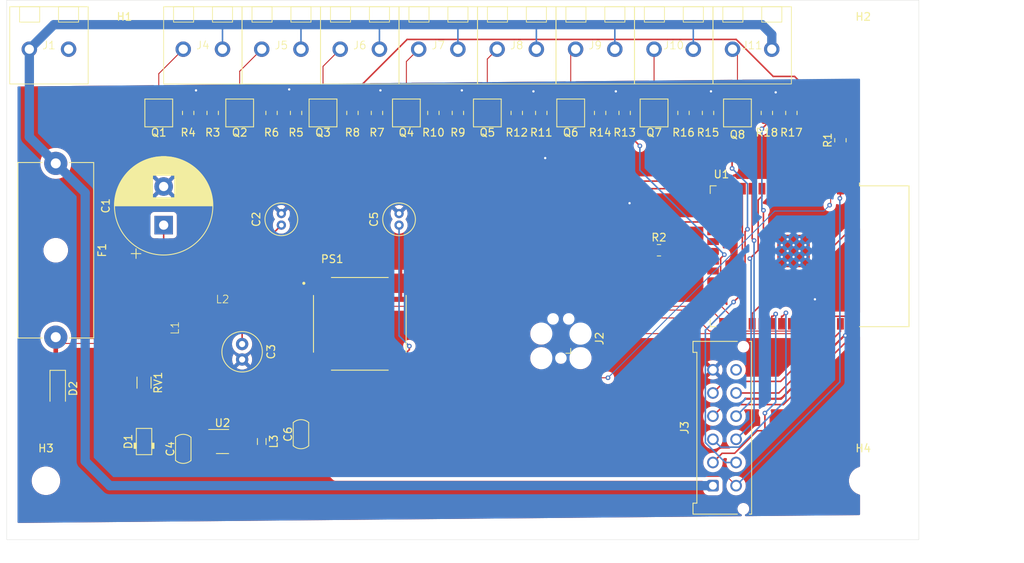
<source format=kicad_pcb>
(kicad_pcb (version 20221018) (generator pcbnew)
  (layers (0 "F.Cu" signal) (31 "B.Cu" signal) (34 "B.Paste" user) (35 "F.Paste" user) (36 "B.SilkS" user "B.Silkscreen") (37 "F.SilkS" user "F.Silkscreen") (38 "B.Mask" user) (39 "F.Mask" user) (44 "Edge.Cuts" user))
  (net 0 "")
  (net 1 "Net-(C1-Pad1)")
  (net 2 "GND")
  (net 3 "Net-(PS1-+VIN)")
  (net 4 "Net-(D1-K)")
  (net 5 "/Power/+3V3")
  (net 6 "/5V_USB")
  (net 7 "+24V")
  (net 8 "Net-(D2-K)")
  (net 9 "/GPIO01")
  (net 10 "/GPIO03")
  (net 11 "/IO16")
  (net 12 "/IO17")
  (net 13 "/IO18")
  (net 14 "/IO19")
  (net 15 "/IO24")
  (net 16 "/IO23")
  (net 17 "/IO22")
  (net 18 "/IO21")
  (net 20 "Net-(J4-Pin_1)")
  (net 21 "Net-(J5-Pin_1)")
  (net 22 "Net-(J6-Pin_1)")
  (net 23 "Net-(J7-Pin_1)")
  (net 24 "Net-(J8-Pin_1)")
  (net 25 "Net-(J9-Pin_1)")
  (net 26 "Net-(J10-Pin_1)")
  (net 27 "Net-(J11-Pin_1)")
  (net 28 "Net-(U2-SW)")
  (net 30 "Net-(Q1-G)")
  (net 31 "Net-(Q2-G)")
  (net 32 "Net-(Q3-G)")
  (net 33 "Net-(Q4-G)")
  (net 34 "Net-(Q5-G)")
  (net 35 "Net-(Q6-G)")
  (net 36 "Net-(Q7-G)")
  (net 37 "Net-(Q8-G)")
  (net 38 "Net-(U1-IO26)")
  (net 39 "/Out1/IN")
  (net 40 "/Out2/IN")
  (net 41 "/Out3/IN")
  (net 42 "/Out4/IN")
  (net 43 "/Out5/IN")
  (net 44 "/Out6/IN")
  (net 45 "/Out7/IN")
  (net 46 "/Out8/IN")
  (net 61 "/GPIO0")
  (net 62 "/EN")
  (footprint "My Footprints:WJ500V-5.08-2P" (layer "F.Cu") (at 134.62 63.5)
    (fp_text reference "J11")
    (fp_text value "WJ126V-5.0-2P")
  )
  (footprint "Capacitor_THT:C_Radial_D5.0mm_H11.0mm_P2.00mm" (layer "F.Cu") (at 68.58 101.68 -90)
    (fp_text reference "C3")
    (fp_text value "10uF/50V")
  )
  (footprint "My Footprints:WJ500V-5.08-2P" (layer "F.Cu") (at 114.3 63.5)
    (fp_text reference "J9")
    (fp_text value "WJ126V-5.0-2P")
  )
  (footprint "Capacitor_SMD_AKL:C_0805_2012Metric" (layer "F.Cu") (at 76.2 113.35 90)
    (fp_text reference "C6")
    (fp_text value "10uF" hide)
  )
  (footprint "Resistor_SMD:R_0805_2012Metric" (layer "F.Cu") (at 96.52 71.755 -90)
    (fp_text reference "R9")
    (fp_text value "4.7k")
  )
  (footprint "My Footprints:WJ500V-5.08-2P" (layer "F.Cu") (at 104.14 63.5)
    (fp_text reference "J8")
    (fp_text value "WJ126V-5.0-2P")
  )
  (footprint "Package_TO_SOT_SMD_AKL:SOT-23" (layer "F.Cu") (at 121.92 71.755 90)
    (fp_text reference "Q7")
    (fp_text value "2N7002P" hide)
  )
  (footprint "My Footprints:WJ500V-5.08-2P" (layer "F.Cu") (at 63.5 63.5)
    (fp_text reference "J4")
    (fp_text value "WJ126V-5.0-2P")
  )
  (footprint "My Footprints:CD31" (layer "F.Cu") (at 66.04 91.98 -90)
    (fp_text reference "L2")
    (fp_text value "CD31 220M")
  )
  (footprint "Resistor_SMD:R_0805_2012Metric" (layer "F.Cu") (at 122.555 89.535)
    (fp_text reference "R2")
    (fp_text value "4.7k")
  )
  (footprint "Resistor_SMD:R_0805_2012Metric" (layer "F.Cu") (at 75.565 71.755 -90)
    (fp_text reference "R5")
    (fp_text value "4.7k")
  )
  (footprint "Connector_Molex:Molex_Micro-Fit_3.0_43045-1212_2x06_P3.00mm_Vertical" (layer "F.Cu") (at 129.54 120.015 90)
    (fp_text reference "J3")
    (fp_text value "Conn_02x06_Counter_Clockwise")
  )
  (footprint "Package_TO_SOT_SMD_AKL:SOT-23" (layer "F.Cu") (at 100.33 71.755 90)
    (fp_text reference "Q5")
    (fp_text value "2N7002P" hide)
  )
  (footprint "Resistor_SMD:R_0805_2012Metric" (layer "F.Cu") (at 128.905 71.755 -90)
    (fp_text reference "R15")
    (fp_text value "4.7k")
  )
  (footprint "MountingHole:MountingHole_3.2mm_M3" (layer "F.Cu") (at 43.18 119.38)
    (fp_text reference "H3")
    (fp_text value "MountingHole")
  )
  (footprint "My Footprints:WJ500V-5.08-2P" (layer "F.Cu") (at 43.5695 63.5)
    (fp_text reference "J1")
    (fp_text value "WJ126V-5.0-2P")
  )
  (footprint "Package_TO_SOT_SMD:TSOT-23-5" (layer "F.Cu") (at 66.04 114.3)
    (fp_text reference "U2")
    (fp_text value "LM3671MFX-3.3/NOPB\n")
  )
  (footprint "K7805JT-500R3:CONV_K7805JT-500R3-LB" (layer "F.Cu") (at 83.82 99.06)
    (fp_text reference "PS1")
    (fp_text value "K7805JT-500R3-LB" hide)
  )
  (footprint "Capacitor_THT:CP_Radial_D12.5mm_P5.00mm" (layer "F.Cu") (at 58.42 86.28 90)
    (fp_text reference "C1")
    (fp_text value "680uF/50V")
  )
  (footprint "Diode_SMD_AKL:D_SOD-323" (layer "F.Cu") (at 55.88 114.3 90)
    (fp_text reference "D1")
    (fp_text value "1N5819" hide)
  )
  (footprint "Package_TO_SOT_SMD_AKL:SOT-23" (layer "F.Cu") (at 111.125 71.755 90)
    (fp_text reference "Q6")
    (fp_text value "2N7002P" hide)
  )
  (footprint "Resistor_SMD:R_0805_2012Metric" (layer "F.Cu") (at 82.865 71.755 90)
    (fp_text reference "R8")
    (fp_text value "510R")
  )
  (footprint "Inductor_SMD:L_0805_2012Metric" (layer "F.Cu") (at 71.12 114.3 -90)
    (fp_text reference "L3")
    (fp_text value "2.2uH")
  )
  (footprint "Resistor_SMD:R_0805_2012Metric" (layer "F.Cu") (at 104.14 71.755 90)
    (fp_text reference "R12")
    (fp_text value "510R")
  )
  (footprint "Resistor_SMD:R_0805_2012Metric" (layer "F.Cu") (at 72.39 71.755 90)
    (fp_text reference "R6")
    (fp_text value "510R")
  )
  (footprint "My Footprints:WJ500V-5.08-2P" (layer "F.Cu") (at 83.82 63.5)
    (fp_text reference "J6")
    (fp_text value "WJ126V-5.0-2P")
  )
  (footprint "Resistor_SMD:R_0805_2012Metric" (layer "F.Cu") (at 64.77 71.755 -90)
    (fp_text reference "R3")
    (fp_text value "4.7k")
  )
  (footprint "Fuse:Fuseholder_Cylinder-5x20mm_Schurter_0031_8201_Horizontal_Open" (layer "F.Cu") (at 44.45 78.285 -90)
    (fp_text reference "F1")
    (fp_text value "C3131")
  )
  (footprint "Capacitor_THT:C_Radial_D4.0mm_H7.0mm_P1.50mm" (layer "F.Cu") (at 88.9 86.28 90)
    (fp_text reference "C5")
    (fp_text value "22uF/10V")
  )
  (footprint "Capacitor_THT_AKL:C_Radial_D4.0mm_H5.0mm_P1.50mm" (layer "F.Cu") (at 73.66 86.28 90)
    (fp_text reference "C2")
    (fp_text value "4.7uF/50V" hide)
  )
  (footprint "Resistor_SMD:R_0805_2012Metric" (layer "F.Cu") (at 86.04 71.755 -90)
    (fp_text reference "R7")
    (fp_text value "4.7k")
  )
  (footprint "Connector:Tag-Connect_TC2030-IDC-FP_2x03_P1.27mm_Vertical" (layer "F.Cu") (at 109.855 100.965 90)
    (fp_text reference "J2")
    (fp_text value "ESP-PROG")
  )
  (footprint "Resistor_SMD:R_0805_2012Metric" (layer "F.Cu") (at 61.595 71.755 90)
    (fp_text reference "R4")
    (fp_text value "510R")
  )
  (footprint "Capacitor_SMD_AKL:C_0805_2012Metric" (layer "F.Cu") (at 60.96 115.25 90)
    (fp_text reference "C4")
    (fp_text value "4.7uF" hide)
  )
  (footprint "Resistor_SMD:R_1206_3216Metric" (layer "F.Cu") (at 55.88 106.68 -90)
    (fp_text reference "RV1")
    (fp_text value "SFI1206SV471-201A")
  )
  (footprint "My Footprints:ESP32-WROOM-32-0.3-via" (layer "F.Cu") (at 139.07 90.31 -90)
    (fp_text reference "U1")
    (fp_text value "ESP32-WROOM-32D")
  )
  (footprint "Package_TO_SOT_SMD_AKL:SOT-23" (layer "F.Cu") (at 89.85 71.755 90)
    (fp_text reference "Q4")
    (fp_text value "2N7002P" hide)
  )
  (footprint "My Footprints:BC54-820M" (layer "F.Cu") (at 55.88 101.6)
    (fp_text reference "L1")
    (fp_text value "BC54-820M(CD)")
  )
  (footprint "Package_TO_SOT_SMD_AKL:SOT-23" (layer "F.Cu") (at 132.715 71.755 90)
    (fp_text reference "Q8")
    (fp_text value "2N7002P" hide)
  )
  (footprint "MountingHole:MountingHole_3.2mm_M3" (layer "F.Cu") (at 149 119.38)
    (fp_text reference "H4")
    (fp_text value "MountingHole")
  )
  (footprint "My Footprints:WJ500V-5.08-2P" (layer "F.Cu") (at 124.46 63.5)
    (fp_text reference "J10")
    (fp_text value "WJ126V-5.0-2P")
  )
  (footprint "Resistor_SMD:R_0805_2012Metric" (layer "F.Cu") (at 93.345 71.755 90)
    (fp_text reference "R10")
    (fp_text value "510R")
  )
  (footprint "Package_TO_SOT_SMD_AKL:SOT-23" (layer "F.Cu") (at 79.055 71.755 90)
    (fp_text reference "Q3")
    (fp_text value "2N7002P" hide)
  )
  (footprint "My Footprints:WJ500V-5.08-2P" (layer "F.Cu") (at 93.98 63.5)
    (fp_text reference "J7")
    (fp_text value "WJ126V-5.0-2P")
  )
  (footprint "Resistor_SMD:R_0805_2012Metric" (layer "F.Cu") (at 114.935 71.755 90)
    (fp_text reference "R14")
    (fp_text value "510R")
  )
  (footprint "Resistor_SMD:R_0805_2012Metric" (layer "F.Cu") (at 118.11 71.755 -90)
    (fp_text reference "R13")
    (fp_text value "4.7k")
  )
  (footprint "Package_TO_SOT_SMD_AKL:SOT-23" (layer "F.Cu") (at 68.265 71.755 90)
    (fp_text reference "Q2")
    (fp_text value "2N7002P" hide)
  )
  (footprint "MountingHole:MountingHole_3.2mm_M3" (layer "F.Cu") (at 149 63.5)
    (fp_text reference "H2")
    (fp_text value "MountingHole")
  )
  (footprint "My Footprints:WJ500V-5.08-2P" (layer "F.Cu") (at 73.66 63.5)
    (fp_text reference "J5")
    (fp_text value "WJ126V-5.0-2P")
  )
  (footprint "Resistor_SMD:R_0805_2012Metric" (layer "F.Cu") (at 139.7 71.755 -90)
    (fp_text reference "R17")
    (fp_text value "4.7k")
  )
  (footprint "Resistor_SMD:R_0805_2012Metric" (layer "F.Cu") (at 136.525 71.755 90)
    (fp_text reference "R18")
    (fp_text value "510R")
  )
  (footprint "Diode_SMD:D_SOD-123" (layer "F.Cu") (at 44.704 107.442 -90)
    (fp_text reference "D2")
    (fp_text value "BAT46W")
  )
  (footprint "Resistor_SMD:R_0805_2012Metric" (layer "F.Cu") (at 146.05 75.2875 90)
    (fp_text reference "R1")
    (fp_text value "4.7K")
  )
  (footprint "Package_TO_SOT_SMD_AKL:SOT-23" (layer "F.Cu") (at 57.785 71.755 90)
    (fp_text reference "Q1")
    (fp_text value "2N7002P" hide)
  )
  (footprint "Resistor_SMD:R_0805_2012Metric" (layer "F.Cu") (at 107.315 71.755 -90)
    (fp_text reference "R11")
    (fp_text value "4.7k")
  )
  (footprint "MountingHole:MountingHole_3.2mm_M3" (layer "F.Cu") (at 53.34 63.5)
    (fp_text reference "H1")
    (fp_text value "MountingHole")
  )
  (footprint "Resistor_SMD:R_0805_2012Metric" (layer "F.Cu") (at 125.73 71.755 90)
    (fp_text reference "R16")
    (fp_text value "510R")
  )
  (gr_rect (start 38.1 57.15) (end 156.21 127) (stroke (width 0.0381)) (fill none) (layer "Edge.Cuts"))
  (segment (start 67.96 91.98) (end 73.66 86.28) (width 0.2) (layer "F.Cu") (net 1))
  (segment (start 61.8 91.98) (end 58.42 88.6) (width 0.2) (layer "F.Cu") (net 1))
  (segment (start 61.8 91.98) (end 66.04 91.98) (width 0.2) (layer "F.Cu") (net 1))
  (segment (start 55.88 97.9) (end 61.8 91.98) (width 0.2) (layer "F.Cu") (net 1))
  (segment (start 58.42 88.6) (end 58.42 86.28) (width 0.2) (layer "F.Cu") (net 1))
  (segment (start 66.04 91.98) (end 67.96 91.98) (width 0.2) (layer "F.Cu") (net 1))
  (segment (start 109.22 100.965) (end 108.331 101.854) (width 0.127) (layer "F.Cu") (net 2))
  (segment (start 147.32 99.949) (end 146.685 100.584) (width 0.127) (layer "F.Cu") (net 2))
  (segment (start 147.32 99.06) (end 147.32 99.949) (width 0.127) (layer "F.Cu") (net 2))
  (segment (start 108.331 101.854) (end 107.95 101.854) (width 0.127) (layer "F.Cu") (net 2))
  (via (at 107.823 77.597) (size 0.6) (drill 0.3) (layers "F.Cu" "B.Cu") (net 2))
  (via (at 86.487 68.834) (size 0.6) (drill 0.3) (layers "F.Cu" "B.Cu") (net 2))
  (via (at 106.299 68.961) (size 0.6) (drill 0.3) (layers "F.Cu" "B.Cu") (net 2))
  (via (at 62.611 68.834) (size 0.6) (drill 0.3) (layers "F.Cu" "B.Cu") (net 2))
  (via (at 137.668 69.088) (size 0.6) (drill 0.3) (layers "F.Cu" "B.Cu") (net 2))
  (via (at 74.676 68.707) (size 0.6) (drill 0.3) (layers "F.Cu" "B.Cu") (net 2))
  (via (at 142.748 95.885) (size 0.6) (drill 0.3) (layers "F.Cu" "B.Cu") (net 2))
  (via (at 118.745 83.439) (size 0.6) (drill 0.3) (layers "F.Cu" "B.Cu") (net 2))
  (via (at 129.286 68.961) (size 0.6) (drill 0.3) (layers "F.Cu" "B.Cu") (net 2))
  (via (at 116.967 68.961) (size 0.6) (drill 0.3) (layers "F.Cu" "B.Cu") (net 2))
  (via (at 146.685 100.584) (size 0.6) (drill 0.3) (layers "F.Cu" "B.Cu") (net 2))
  (via (at 97.028 68.834) (size 0.6) (drill 0.3) (layers "F.Cu" "B.Cu") (net 2))
  (segment (start 68.58 101.68) (end 68.58 93.98) (width 0.2) (layer "F.Cu") (net 3))
  (segment (start 78.57 93.81) (end 77.0911 93.81) (width 0.2) (layer "F.Cu") (net 3))
  (segment (start 76.9211 93.98) (end 77.0911 93.81) (width 0.2) (layer "F.Cu") (net 3))
  (segment (start 68.58 93.98) (end 76.9211 93.98) (width 0.2) (layer "F.Cu") (net 3))
  (segment (start 66.04 93.98) (end 68.58 93.98) (width 0.2) (layer "F.Cu") (net 3))
  (segment (start 64.9025 115.2499) (end 64.9025 115.25) (width 0.2) (layer "F.Cu") (net 4))
  (segment (start 55.436 115.506) (end 55.0421 115.1121) (width 0.2) (layer "F.Cu") (net 4))
  (segment (start 88.3306 104.31) (end 90.234 102.4066) (width 0.2) (layer "F.Cu") (net 4))
  (segment (start 55.88 115.95) (end 55.436 115.506) (width 0.2) (layer "F.Cu") (net 4))
  (segment (start 65.5064 113.7503) (end 65.5794 113.7503) (width 0.2) (layer "F.Cu") (net 4))
  (segment (start 60.96 116.2) (end 63.9525 116.2) (width 0.2) (layer "F.Cu") (net 4))
  (segment (start 90.234 102.4066) (end 90.234 101.9454) (width 0.2) (layer "F.Cu") (net 4))
  (segment (start 88.3306 104.31) (end 87.5911 104.31) (width 0.2) (layer "F.Cu") (net 4))
  (segment (start 65.0043 113.35) (end 64.9025 113.35) (width 0.2) (layer "F.Cu") (net 4))
  (segment (start 65.1753 115.2499) (end 64.9025 115.2499) (width 0.2) (layer "F.Cu") (net 4))
  (segment (start 65.1061 113.35) (end 65.0043 113.35) (width 0.127) (layer "F.Cu") (net 4))
  (segment (start 55.592 115.35) (end 55.88 115.35) (width 0.2) (layer "F.Cu") (net 4))
  (segment (start 55.88 115.95) (end 60.71 115.95) (width 0.2) (layer "F.Cu") (net 4))
  (segment (start 55.0421 115.1121) (end 55.0421 112.1889) (width 0.2) (layer "F.Cu") (net 4))
  (segment (start 65.7985 113.9694) (end 65.7985 114.6267) (width 0.2) (layer "F.Cu") (net 4))
  (segment (start 63.9525 116.2) (end 64.9025 115.25) (width 0.2) (layer "F.Cu") (net 4))
  (segment (start 65.7985 114.6267) (end 65.1753 115.2499) (width 0.2) (layer "F.Cu") (net 4))
  (segment (start 65.5794 113.7503) (end 65.7985 113.9694) (width 0.2) (layer "F.Cu") (net 4))
  (segment (start 55.436 115.506) (end 55.592 115.35) (width 0.2) (layer "F.Cu") (net 4))
  (segment (start 83.372 108.5291) (end 87.5911 104.31) (width 0.2) (layer "F.Cu") (net 4))
  (segment (start 58.7019 108.5291) (end 83.372 108.5291) (width 0.2) (layer "F.Cu") (net 4))
  (segment (start 89.07 104.31) (end 88.3306 104.31) (width 0.2) (layer "F.Cu") (net 4))
  (segment (start 55.0421 112.1889) (end 58.7019 108.5291) (width 0.2) (layer "F.Cu") (net 4))
  (segment (start 60.71 115.95) (end 60.96 116.2) (width 0.2) (layer "F.Cu") (net 4))
  (segment (start 65.5064 113.7503) (end 65.1061 113.35) (width 0.127) (layer "F.Cu") (net 4))
  (via (at 90.234 101.9454) (size 0.6) (drill 0.3) (layers "F.Cu" "B.Cu") (net 4))
  (segment (start 90.234 101.9454) (end 88.9 100.6114) (width 0.2) (layer "B.Cu") (net 4))
  (segment (start 88.9 100.6114) (end 88.9 86.28) (width 0.2) (layer "B.Cu") (net 4))
  (segment (start 78.4561 116.556) (end 72.3135 116.556) (width 0.2) (layer "F.Cu") (net 5))
  (segment (start 146.05 82.7404) (end 146.05 81.56) (width 0.2) (layer "F.Cu") (net 5))
  (segment (start 132.54 120.015) (end 131.337 118.812) (width 0.127) (layer "F.Cu") (net 5))
  (segment (start 146.05 76.2) (end 146.05 81.56) (width 0.2) (layer "F.Cu") (net 5))
  (segment (start 72.3135 116.556) (end 71.12 115.3625) (width 0.2) (layer "F.Cu") (net 5))
  (segment (start 78.4561 116.556) (end 76.2 114.3) (width 0.127) (layer "F.Cu") (net 5))
  (segment (start 145.9764 82.814) (end 146.05 82.7404) (width 0.2) (layer "F.Cu") (net 5))
  (segment (start 131.337 118.812) (end 80.7122 118.812) (width 0.127) (layer "F.Cu") (net 5))
  (segment (start 67.29 115.3625) (end 67.1775 115.25) (width 0.2) (layer "F.Cu") (net 5))
  (segment (start 80.7122 118.812) (end 78.4561 116.556) (width 0.127) (layer "F.Cu") (net 5))
  (segment (start 71.12 115.3625) (end 67.29 115.3625) (width 0.2) (layer "F.Cu") (net 5))
  (via (at 145.9764 82.814) (size 0.6) (drill 0.3) (layers "F.Cu" "B.Cu") (net 5))
  (segment (start 145.9764 106.5786) (end 145.9764 82.814) (width 0.2) (layer "B.Cu") (net 5))
  (segment (start 132.54 120.015) (end 145.9764 106.5786) (width 0.2) (layer "B.Cu") (net 5))
  (segment (start 102.997 109.982) (end 59.436 109.982) (width 0.127) (layer "F.Cu") (net 6))
  (segment (start 56.168 113.25) (end 55.88 113.25) (width 0.127) (layer "F.Cu") (net 6))
  (segment (start 108.826 104.153) (end 102.997 109.982) (width 0.127) (layer "F.Cu") (net 6))
  (segment (start 109.22 102.235) (end 108.826 102.629) (width 0.127) (layer "F.Cu") (net 6))
  (segment (start 108.826 102.629) (end 108.826 104.153) (width 0.127) (layer "F.Cu") (net 6))
  (segment (start 59.436 109.982) (end 56.168 113.25) (width 0.127) (layer "F.Cu") (net 6))
  (segment (start 76.2 63.5) (end 76.2 60.325) (width 0.2) (layer "B.Cu") (net 7))
  (segment (start 48.26 82.095) (end 48.26 116.84) (width 1.2) (layer "B.Cu") (net 7))
  (segment (start 96.52 60.325) (end 106.68 60.325) (width 1.2) (layer "B.Cu") (net 7))
  (segment (start 44.2045 60.325) (end 66.04 60.325) (width 1.2) (layer "B.Cu") (net 7))
  (segment (start 135.89 60.325) (end 137.16 61.595) (width 1.2) (layer "B.Cu") (net 7))
  (segment (start 51.435 120.015) (end 129.54 120.015) (width 1.2) (layer "B.Cu") (net 7))
  (segment (start 86.36 60.325) (end 96.52 60.325) (width 1.2) (layer "B.Cu") (net 7))
  (segment (start 127 63.5) (end 127 60.325) (width 0.2) (layer "B.Cu") (net 7))
  (segment (start 106.68 63.5) (end 106.68 60.325) (width 0.2) (layer "B.Cu") (net 7))
  (segment (start 106.68 60.325) (end 116.84 60.325) (width 1.2) (layer "B.Cu") (net 7))
  (segment (start 41.0295 74.8645) (end 44.45 78.285) (width 1.2) (layer "B.Cu") (net 7))
  (segment (start 127 60.325) (end 135.89 60.325) (width 1.2) (layer "B.Cu") (net 7))
  (segment (start 44.45 78.285) (end 48.26 82.095) (width 1.2) (layer "B.Cu") (net 7))
  (segment (start 66.04 63.5) (end 66.04 60.325) (width 0.2) (layer "B.Cu") (net 7))
  (segment (start 48.26 116.84) (end 51.435 120.015) (width 1.2) (layer "B.Cu") (net 7))
  (segment (start 96.52 63.5) (end 96.52 60.325) (width 0.2) (layer "B.Cu") (net 7))
  (segment (start 41.0295 63.5) (end 44.2045 60.325) (width 1.2) (layer "B.Cu") (net 7))
  (segment (start 116.84 63.5) (end 116.84 60.325) (width 0.2) (layer "B.Cu") (net 7))
  (segment (start 116.84 60.325) (end 127 60.325) (width 1.2) (layer "B.Cu") (net 7))
  (segment (start 41.0295 63.5) (end 41.0295 74.8645) (width 1.2) (layer "B.Cu") (net 7))
  (segment (start 76.2 60.325) (end 86.36 60.325) (width 1.2) (layer "B.Cu") (net 7))
  (segment (start 137.16 61.595) (end 137.16 63.5) (width 1.2) (layer "B.Cu") (net 7))
  (segment (start 66.04 60.325) (end 76.2 60.325) (width 1.2) (layer "B.Cu") (net 7))
  (segment (start 86.36 63.5) (end 86.36 60.325) (width 0.2) (layer "B.Cu") (net 7))
  (segment (start 52.2625 101.6) (end 55.88 105.2175) (width 0.2) (layer "F.Cu") (net 8))
  (segment (start 45.265 101.6) (end 44.45 100.785) (width 0.127) (layer "F.Cu") (net 8))
  (segment (start 52.2625 101.6) (end 45.265 101.6) (width 0.127) (layer "F.Cu") (net 8))
  (segment (start 44.45 105.538) (end 44.704 105.792) (width 0.6) (layer "F.Cu") (net 8))
  (segment (start 55.88 101.6) (end 52.2625 101.6) (width 0.127) (layer "F.Cu") (net 8))
  (segment (start 44.45 100.785) (end 44.45 105.538) (width 0.6) (layer "F.Cu") (net 8))
  (segment (start 111.529 102.004) (end 115.547 102.004) (width 0.127) (layer "F.Cu") (net 9))
  (segment (start 115.547 102.004) (end 117.221 100.33) (width 0.127) (layer "F.Cu") (net 9))
  (segment (start 142.54 100.33) (end 143.51 99.36) (width 0.127) (layer "F.Cu") (net 9))
  (segment (start 143.51 99.36) (end 143.51 99.06) (width 0.127) (layer "F.Cu") (net 9))
  (segment (start 117.221 100.33) (end 142.54 100.33) (width 0.127) (layer "F.Cu") (net 9))
  (segment (start 110.49 100.965) (end 111.529 102.004) (width 0.127) (layer "F.Cu") (net 9))
  (segment (start 142.24 99.36) (end 142.24 99.06) (width 0.127) (layer "F.Cu") (net 10))
  (segment (start 112.304 98.298) (end 127.381 98.298) (width 0.127) (layer "F.Cu") (net 10))
  (segment (start 110.907 99.695) (end 112.304 98.298) (width 0.127) (layer "F.Cu") (net 10))
  (segment (start 141.6 100) (end 142.24 99.36) (width 0.127) (layer "F.Cu") (net 10))
  (segment (start 127.381 98.298) (end 129.084 100) (width 0.127) (layer "F.Cu") (net 10))
  (segment (start 110.49 99.695) (end 110.907 99.695) (width 0.127) (layer "F.Cu") (net 10))
  (segment (start 129.084 100) (end 141.6 100) (width 0.127) (layer "F.Cu") (net 10))
  (segment (start 137.16 99.06) (end 137.16 98.0811) (width 0.2) (layer "F.Cu") (net 11))
  (segment (start 137.5938 97.79) (end 137.668 97.79) (width 0.2) (layer "F.Cu") (net 11))
  (segment (start 137.3027 98.0811) (end 137.16 98.0811) (width 0.2) (layer "F.Cu") (net 11))
  (segment (start 137.668 97.7158) (end 137.3027 98.0811) (width 0.2) (layer "F.Cu") (net 11))
  (segment (start 137.668 97.79) (end 137.668 97.7158) (width 0.2) (layer "F.Cu") (net 11))
  (segment (start 135.270313 112.903) (end 132.349313 115.824) (width 0.2) (layer "F.Cu") (net 11))
  (segment (start 130.731 115.824) (end 129.54 117.015) (width 0.2) (layer "F.Cu") (net 11))
  (segment (start 137.5695 97.8143) (end 137.5938 97.79) (width 0.2) (layer "F.Cu") (net 11))
  (segment (start 136.271 110.617) (end 136.271 112.903) (width 0.2) (layer "F.Cu") (net 11))
  (segment (start 136.271 112.903) (end 135.270313 112.903) (width 0.2) (layer "F.Cu") (net 11))
  (segment (start 132.349313 115.824) (end 130.731 115.824) (width 0.2) (layer "F.Cu") (net 11))
  (via (at 136.271 110.617) (size 0.6) (drill 0.3) (layers "F.Cu" "B.Cu") (net 11))
  (via (at 137.668 97.79) (size 0.6) (drill 0.3) (layers "F.Cu" "B.Cu") (net 11))
  (segment (start 137.668 97.79) (end 137.668 109.22) (width 0.2) (layer "B.Cu") (net 11))
  (segment (start 137.668 109.22) (end 136.271 110.617) (width 0.2) (layer "B.Cu") (net 11))
  (segment (start 138.43 99.06) (end 138.43 98.0811) (width 0.2) (layer "F.Cu") (net 12))
  (segment (start 138.9924 97.6436) (end 138.5549 98.0811) (width 0.2) (layer "F.Cu") (net 12))
  (segment (start 138.5549 98.0811) (end 138.43 98.0811) (width 0.2) (layer "F.Cu") (net 12))
  (via (at 138.9924 97.6436) (size 0.6) (drill 0.3) (layers "F.Cu" "B.Cu") (net 12))
  (segment (start 132.9161 115.0265) (end 130.5515 115.0265) (width 0.2) (layer "B.Cu") (net 12))
  (segment (start 138.9924 108.9502) (end 132.9161 115.0265) (width 0.2) (layer "B.Cu") (net 12))
  (segment (start 130.5515 115.0265) (end 129.54 114.015) (width 0.2) (layer "B.Cu") (net 12))
  (segment (start 138.9924 97.6436) (end 138.9924 108.9502) (width 0.2) (layer "B.Cu") (net 12))
  (segment (start 141.6489 98.0811) (end 147.9204 98.0811) (width 0.2) (layer "F.Cu") (net 13))
  (segment (start 147.9204 98.0811) (end 147.9989 98.1596) (width 0.2) (layer "F.Cu") (net 13))
  (segment (start 147.9989 100.189339) (end 138.673239 109.515) (width 0.2) (layer "F.Cu") (net 13))
  (segment (start 140.97 98.76) (end 141.6489 98.0811) (width 0.2) (layer "F.Cu") (net 13))
  (segment (start 147.9989 98.1596) (end 147.9989 100.189339) (width 0.2) (layer "F.Cu") (net 13))
  (segment (start 140.97 99.06) (end 140.97 98.76) (width 0.2) (layer "F.Cu") (net 13))
  (segment (start 138.673239 109.515) (end 131.04 109.515) (width 0.2) (layer "F.Cu") (net 13))
  (segment (start 131.04 109.515) (end 129.54 111.015) (width 0.2) (layer "F.Cu") (net 13))
  (segment (start 129.54 108.015) (end 131.04 106.515) (width 0.2) (layer "F.Cu") (net 14))
  (segment (start 131.04 106.515) (end 138.3039 106.515) (width 0.2) (layer "F.Cu") (net 14))
  (segment (start 144.78 99.06) (end 144.78 100.0389) (width 0.2) (layer "F.Cu") (net 14))
  (segment (start 138.3039 106.515) (end 144.78 100.0389) (width 0.2) (layer "F.Cu") (net 14))
  (segment (start 133.35 81.56) (end 133.35 95.1002) (width 0.2) (layer "F.Cu") (net 15))
  (segment (start 133.35 95.1002) (end 132.218 96.2322) (width 0.2) (layer "F.Cu") (net 15))
  (via (at 132.218 96.2322) (size 0.6) (drill 0.3) (layers "F.Cu" "B.Cu") (net 15))
  (segment (start 131.1387 117.015) (end 132.54 117.015) (width 0.2) (layer "B.Cu") (net 15))
  (segment (start 132.218 96.2322) (end 128.5611 99.8891) (width 0.2) (layer "B.Cu") (net 15))
  (segment (start 128.5611 99.8891) (end 128.5611 114.4374) (width 0.2) (layer "B.Cu") (net 15))
  (segment (start 128.5611 114.4374) (end 131.1387 117.015) (width 0.2) (layer "B.Cu") (net 15))
  (segment (start 134.62 81.56) (end 134.62 88.0338) (width 0.2) (layer "F.Cu") (net 16))
  (segment (start 134.62 88.0338) (end 134.8666 88.2804) (width 0.2) (layer "F.Cu") (net 16))
  (via (at 134.8666 88.2804) (size 0.6) (drill 0.3) (layers "F.Cu" "B.Cu") (net 16))
  (segment (start 132.54 114.015) (end 134.8666 111.6884) (width 0.2) (layer "B.Cu") (net 16))
  (segment (start 134.8666 111.6884) (end 134.8666 88.2804) (width 0.2) (layer "B.Cu") (net 16))
  (segment (start 135.89 82.5389) (end 135.3956 83.0333) (width 0.2) (layer "F.Cu") (net 17))
  (segment (start 135.89 81.56) (end 135.89 82.5389) (width 0.2) (layer "F.Cu") (net 17))
  (segment (start 135.3956 89.5402) (end 134.3208 90.615) (width 0.2) (layer "F.Cu") (net 17))
  (segment (start 135.3956 83.0333) (end 135.3956 89.5402) (width 0.2) (layer "F.Cu") (net 17))
  (via (at 134.3208 90.615) (size 0.6) (drill 0.3) (layers "F.Cu" "B.Cu") (net 17))
  (segment (start 134.4799 109.0751) (end 132.54 111.015) (width 0.2) (layer "B.Cu") (net 17))
  (segment (start 134.4799 90.7741) (end 134.4799 109.0751) (width 0.2) (layer "B.Cu") (net 17))
  (segment (start 134.3208 90.615) (end 134.4799 90.7741) (width 0.2) (layer "B.Cu") (net 17))
  (segment (start 138.0739 108.015) (end 132.54 108.015) (width 0.2) (layer "F.Cu") (net 18))
  (segment (start 146.05 99.06) (end 146.05 100.0389) (width 0.2) (layer "F.Cu") (net 18))
  (segment (start 146.05 100.0389) (end 138.0739 108.015) (width 0.2) (layer "F.Cu") (net 18))
  (segment (start 57.785 66.675) (end 60.96 63.5) (width 0.127) (layer "F.Cu") (net 20))
  (segment (start 57.785 70.755) (end 57.785 66.675) (width 0.127) (layer "F.Cu") (net 20))
  (segment (start 68.265 70.755) (end 68.265 66.355) (width 0.127) (layer "F.Cu") (net 21))
  (segment (start 68.265 66.355) (end 71.12 63.5) (width 0.127) (layer "F.Cu") (net 21))
  (segment (start 79.055 65.725) (end 81.28 63.5) (width 0.127) (layer "F.Cu") (net 22))
  (segment (start 79.055 70.755) (end 79.055 65.725) (width 0.127) (layer "F.Cu") (net 22))
  (segment (start 89.85 65.09) (end 91.44 63.5) (width 0.127) (layer "F.Cu") (net 23))
  (segment (start 89.85 70.755) (end 89.85 65.09) (width 0.127) (layer "F.Cu") (net 23))
  (segment (start 100.33 64.77) (end 101.6 63.5) (width 0.127) (layer "F.Cu") (net 24))
  (segment (start 100.33 70.755) (end 100.33 64.77) (width 0.127) (layer "F.Cu") (net 24))
  (segment (start 111.125 64.135) (end 111.76 63.5) (width 0.127) (layer "F.Cu") (net 25))
  (segment (start 111.125 70.755) (end 111.125 64.135) (width 0.127) (layer "F.Cu") (net 25))
  (segment (start 121.92 70.755) (end 121.92 63.5) (width 0.127) (layer "F.Cu") (net 26))
  (segment (start 132.715 64.135) (end 132.08 63.5) (width 0.127) (layer "F.Cu") (net 27))
  (segment (start 132.715 70.755) (end 132.715 64.135) (width 0.127) (layer "F.Cu") (net 27))
  (segment (start 71.12 113.2375) (end 67.29 113.2375) (width 0.2) (layer "F.Cu") (net 28))
  (segment (start 67.29 113.2375) (end 67.1775 113.35) (width 0.2) (layer "F.Cu") (net 28))
  (segment (start 57.7796 71.8104) (end 56.835 72.755) (width 0.2) (layer "F.Cu") (net 30))
  (segment (start 60.6271 71.8104) (end 57.7796 71.8104) (width 0.2) (layer "F.Cu") (net 30))
  (segment (start 61.595 70.8425) (end 60.6271 71.8104) (width 0.2) (layer "F.Cu") (net 30))
  (segment (start 68.2596 71.8104) (end 67.315 72.755) (width 0.2) (layer "F.Cu") (net 31))
  (segment (start 71.4221 71.8104) (end 68.2596 71.8104) (width 0.2) (layer "F.Cu") (net 31))
  (segment (start 72.39 70.8425) (end 71.4221 71.8104) (width 0.2) (layer "F.Cu") (net 31))
  (segment (start 78.105 72.755) (end 78.9334 71.9266) (width 0.2) (layer "F.Cu") (net 32))
  (segment (start 78.9334 71.9266) (end 81.7809 71.9266) (width 0.2) (layer "F.Cu") (net 32))
  (segment (start 81.7809 71.9266) (end 82.865 70.8425) (width 0.2) (layer "F.Cu") (net 32))
  (segment (start 90.8125 70.8425) (end 88.9 72.755) (width 0.127) (layer "F.Cu") (net 33))
  (segment (start 93.345 70.8425) (end 90.8125 70.8425) (width 0.127) (layer "F.Cu") (net 33))
  (segment (start 104.14 70.8425) (end 103.1721 71.8104) (width 0.2) (layer "F.Cu") (net 34))
  (segment (start 103.1721 71.8104) (end 100.3246 71.8104) (width 0.2) (layer "F.Cu") (net 34))
  (segment (start 100.3246 71.8104) (end 99.38 72.755) (width 0.2) (layer "F.Cu") (net 34))
  (segment (start 114.935 70.8425) (end 113.9671 71.8104) (width 0.2) (layer "F.Cu") (net 35))
  (segment (start 111.1196 71.8104) (end 110.175 72.755) (width 0.2) (layer "F.Cu") (net 35))
  (segment (start 113.9671 71.8104) (end 111.1196 71.8104) (width 0.2) (layer "F.Cu") (net 35))
  (segment (start 125.73 70.8425) (end 124.7621 71.8104) (width 0.2) (layer "F.Cu") (net 36))
  (segment (start 124.7621 71.8104) (end 121.9146 71.8104) (width 0.2) (layer "F.Cu") (net 36))
  (segment (start 121.9146 71.8104) (end 120.97 72.755) (width 0.2) (layer "F.Cu") (net 36))
  (segment (start 132.5934 71.9266) (end 135.4409 71.9266) (width 0.2) (layer "F.Cu") (net 37))
  (segment (start 131.765 72.755) (end 132.5934 71.9266) (width 0.2) (layer "F.Cu") (net 37))
  (segment (start 135.4409 71.9266) (end 136.525 70.8425) (width 0.2) (layer "F.Cu") (net 37))
  (segment (start 130.6246 96.7946) (end 131.6356 97.8056) (width 0.127) (layer "F.Cu") (net 39))
  (segment (start 132.08 98.1176) (end 132.08 99.06) (width 0.2) (layer "F.Cu") (net 39))
  (segment (start 131.9476 98.1176) (end 132.08 98.1176) (width 0.127) (layer "F.Cu") (net 39))
  (segment (start 87.1453 96.7946) (end 130.6246 96.7946) (width 0.127) (layer "F.Cu") (net 39))
  (segment (start 64.77 74.4193) (end 87.1453 96.7946) (width 0.127) (layer "F.Cu") (net 39))
  (segment (start 131.6356 97.8056) (end 131.9476 98.1176) (width 0.2) (layer "F.Cu") (net 39))
  (segment (start 64.77 72.6675) (end 61.595 72.6675) (width 0.2) (layer "F.Cu") (net 39))
  (segment (start 64.77 72.6675) (end 64.77 74.4193) (width 0.127) (layer "F.Cu") (net 39))
  (segment (start 147.9989 86.1702) (end 147.9989 74.9089) (width 0.2) (layer "F.Cu") (net 40))
  (segment (start 137.3452 67.0272) (end 132.5544 62.2364) (width 0.2) (layer "F.Cu") (net 40))
  (segment (start 89.9464 62.2364) (end 80.6208 71.562) (width 0.2) (layer "F.Cu") (net 40))
  (segment (start 140.1172 67.0272) (end 137.3452 67.0272) (width 0.2) (layer "F.Cu") (net 40))
  (segment (start 147.9989 74.9089) (end 140.1172 67.0272) (width 0.2) (layer "F.Cu") (net 40))
  (segment (start 76.6705 71.562) (end 75.565 72.6675) (width 0.2) (layer "F.Cu") (net 40))
  (segment (start 132.5544 62.2364) (end 89.9464 62.2364) (width 0.2) (layer "F.Cu") (net 40))
  (segment (start 135.89 98.0811) (end 136.088 98.0811) (width 0.2) (layer "F.Cu") (net 40))
  (segment (start 136.088 98.0811) (end 147.9989 86.1702) (width 0.2) (layer "F.Cu") (net 40))
  (segment (start 80.6208 71.562) (end 76.6705 71.562) (width 0.2) (layer "F.Cu") (net 40))
  (segment (start 135.89 99.06) (end 135.89 98.0811) (width 0.2) (layer "F.Cu") (net 40))
  (segment (start 72.39 72.6675) (end 75.565 72.6675) (width 0.2) (layer "F.Cu") (net 40))
  (segment (start 97.439 71.8717) (end 90.4343 71.8717) (width 0.2) (layer "F.Cu") (net 41))
  (segment (start 89.027 73.787) (end 87.1595 73.787) (width 0.2) (layer "F.Cu") (net 41))
  (segment (start 90.4343 71.8717) (end 89.527 72.779) (width 0.2) (layer "F.Cu") (net 41))
  (segment (start 87.1595 73.787) (end 86.04 72.6675) (width 0.2) (layer "F.Cu") (net 41))
  (segment (start 89.527 73.287) (end 89.027 73.787) (width 0.2) (layer "F.Cu") (net 41))
  (segment (start 130.81 81.56) (end 107.1273 81.56) (width 0.2) (layer "F.Cu") (net 41))
  (segment (start 89.527 72.779) (end 89.527 73.287) (width 0.2) (layer "F.Cu") (net 41))
  (segment (start 107.1273 81.56) (end 97.439 71.8717) (width 0.2) (layer "F.Cu") (net 41))
  (segment (start 82.865 72.6675) (end 86.04 72.6675) (width 0.2) (layer "F.Cu") (net 41))
  (segment (start 109.7225 85.87) (end 96.52 72.6675) (width 0.2) (layer "F.Cu") (net 42))
  (segment (start 93.345 72.6675) (end 96.52 72.6675) (width 0.2) (layer "F.Cu") (net 42))
  (segment (start 129.56 85.87) (end 109.7225 85.87) (width 0.2) (layer "F.Cu") (net 42))
  (segment (start 132.08 81.56) (end 132.08 80.5811) (width 0.2) (layer "F.Cu") (net 43))
  (segment (start 107.315 72.6675) (end 104.14 72.6675) (width 0.2) (layer "F.Cu") (net 43))
  (segment (start 132.08 80.5811) (end 115.2286 80.5811) (width 0.2) (layer "F.Cu") (net 43))
  (segment (start 115.2286 80.5811) (end 107.315 72.6675) (width 0.2) (layer "F.Cu") (net 43))
  (segment (start 118.0915 72.6675) (end 118.11 72.6675) (width 0.127) (layer "F.Cu") (net 44))
  (segment (start 118.11 74.049) (end 118.11 72.6675) (width 0.2) (layer "F.Cu") (net 44))
  (segment (start 120.082 76.021) (end 118.11 74.049) (width 0.2) (layer "F.Cu") (net 44))
  (segment (start 130.5389 90.5807) (end 131.0152 90.1044) (width 0.2) (layer "F.Cu") (net 44))
  (segment (start 130.5389 94.76) (end 130.5389 90.5807) (width 0.2) (layer "F.Cu") (net 44))
  (segment (start 118.0915 72.6675) (end 114.935 72.6675) (width 0.2) (layer "F.Cu") (net 44))
  (segment (start 129.56 94.76) (end 130.5389 94.76) (width 0.2) (layer "F.Cu") (net 44))
  (via (at 131.0152 90.1044) (size 0.6) (drill 0.3) (layers "F.Cu" "B.Cu") (net 44))
  (via (at 120.082 76.021) (size 0.6) (drill 0.3) (layers "F.Cu" "B.Cu") (net 44))
  (segment (start 120.082 79.1712) (end 120.082 76.021) (width 0.2) (layer "B.Cu") (net 44))
  (segment (start 131.0152 90.1044) (end 120.082 79.1712) (width 0.2) (layer "B.Cu") (net 44))
  (segment (start 132.0212 78.9398) (end 132.0212 75.7837) (width 0.2) (layer "F.Cu") (net 45))
  (segment (start 133.6998 87.1285) (end 134.0168 86.8115) (width 0.2) (layer "F.Cu") (net 45))
  (segment (start 132.0212 75.7837) (end 128.905 72.6675) (width 0.2) (layer "F.Cu") (net 45))
  (segment (start 133.35 99.06) (end 133.35 98.0811) (width 0.2) (layer "F.Cu") (net 45))
  (segment (start 133.6998 97.7313) (end 133.6998 87.1285) (width 0.2) (layer "F.Cu") (net 45))
  (segment (start 125.73 72.6675) (end 128.905 72.6675) (width 0.2) (layer "F.Cu") (net 45))
  (segment (start 133.35 98.0811) (end 133.6998 97.7313) (width 0.2) (layer "F.Cu") (net 45))
  (via (at 134.0168 86.8115) (size 0.6) (drill 0.3) (layers "F.Cu" "B.Cu") (net 45))
  (via (at 132.0212 78.9398) (size 0.6) (drill 0.3) (layers "F.Cu" "B.Cu") (net 45))
  (segment (start 134.0168 86.8115) (end 134.0168 80.9354) (width 0.2) (layer "B.Cu") (net 45))
  (segment (start 134.0168 80.9354) (end 132.0212 78.9398) (width 0.2) (layer "B.Cu") (net 45))
  (segment (start 136.525 72.6675) (end 139.7 72.6675) (width 0.2) (layer "F.Cu") (net 46))
  (segment (start 136.525 73.1703) (end 136.525 72.6675) (width 0.2) (layer "F.Cu") (net 46))
  (segment (start 135.8792 73.8161) (end 136.525 73.1703) (width 0.2) (layer "F.Cu") (net 46))
  (segment (start 134.62 97.7336) (end 136.0805 96.2731) (width 0.2) (layer "F.Cu") (net 46))
  (segment (start 136.0805 96.2731) (end 136.0805 84.3629) (width 0.2) (layer "F.Cu") (net 46))
  (segment (start 134.62 99.06) (end 134.62 97.7336) (width 0.2) (layer "F.Cu") (net 46))
  (via (at 136.0805 84.3629) (size 0.6) (drill 0.3) (layers "F.Cu" "B.Cu") (net 46))
  (via (at 135.8792 73.8161) (size 0.6) (drill 0.3) (layers "F.Cu" "B.Cu") (net 46))
  (segment (start 136.0805 84.3629) (end 135.8792 84.1616) (width 0.2) (layer "B.Cu") (net 46))
  (segment (start 135.8792 84.1616) (end 135.8792 73.8161) (width 0.2) (layer "B.Cu") (net 46))
  (segment (start 130.81 98.76) (end 130.81 99.06) (width 0.127) (layer "F.Cu") (net 61))
  (segment (start 107.569 98.4613) (end 107.569 97.409) (width 0.127) (layer "F.Cu") (net 61))
  (segment (start 107.569 97.409) (end 107.696 97.282) (width 0.127) (layer "F.Cu") (net 61))
  (segment (start 129.332 97.282) (end 130.81 98.76) (width 0.127) (layer "F.Cu") (net 61))
  (segment (start 109.22 99.695) (end 108.803 99.695) (width 0.127) (layer "F.Cu") (net 61))
  (segment (start 107.696 97.282) (end 129.332 97.282) (width 0.127) (layer "F.Cu") (net 61))
  (segment (start 108.803 99.695) (end 107.569 98.4613) (width 0.127) (layer "F.Cu") (net 61))
  (segment (start 144.78 83.566) (end 144.78 81.56) (width 0.127) (layer "F.Cu") (net 62))
  (segment (start 110.894 104.798) (end 112.141 106.045) (width 0.127) (layer "F.Cu") (net 62))
  (segment (start 110.49 102.235) (end 110.894 102.639) (width 0.127) (layer "F.Cu") (net 62))
  (segment (start 144.78 75.645) (end 146.05 74.375) (width 0.2) (layer "F.Cu") (net 62))
  (segment (start 110.894 102.639) (end 110.894 104.798) (width 0.127) (layer "F.Cu") (net 62))
  (segment (start 112.141 106.045) (end 115.951 106.045) (width 0.127) (layer "F.Cu") (net 62))
  (segment (start 144.653 83.693) (end 144.78 83.566) (width 0.127) (layer "F.Cu") (net 62))
  (segment (start 144.78 81.56) (end 144.78 75.645) (width 0.2) (layer "F.Cu") (net 62))
  (via (at 144.653 83.693) (size 0.6) (drill 0.3) (layers "F.Cu" "B.Cu") (net 62))
  (via (at 115.951 106.045) (size 0.6) (drill 0.3) (layers "F.Cu" "B.Cu") (net 62))
  (segment (start 137.541 84.455) (end 143.891 84.455) (width 0.127) (layer "B.Cu") (net 62))
  (segment (start 115.951 106.045) (end 137.541 84.455) (width 0.127) (layer "B.Cu") (net 62))
  (segment (start 143.891 84.455) (end 144.653 83.693) (width 0.127) (layer "B.Cu") (net 62))
  (zone (net 2) (net_name "GND") (layers "F&B.Cu") (connect_pads (clearance 0.508)) (min_thickness 0.25) (fill yes (thermal_gap 0.5) (thermal_bridge_width 0.5))
    (polygon (pts (xy 39.497 68.326) (xy 39.497 124.841) (xy 148.59 123.825) (xy 148.59 67.31)))
  )
)
</source>
